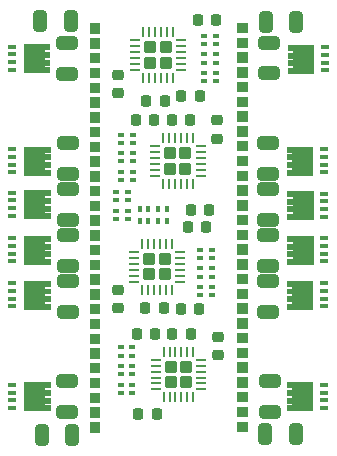
<source format=gbr>
%TF.GenerationSoftware,KiCad,Pcbnew,7.0.4*%
%TF.CreationDate,2023-05-25T14:45:12+03:00*%
%TF.ProjectId,fpv_findland_esc,6670765f-6669-46e6-946c-616e645f6573,Rev_0.2*%
%TF.SameCoordinates,Original*%
%TF.FileFunction,Paste,Bot*%
%TF.FilePolarity,Positive*%
%FSLAX46Y46*%
G04 Gerber Fmt 4.6, Leading zero omitted, Abs format (unit mm)*
G04 Created by KiCad (PCBNEW 7.0.4) date 2023-05-25 14:45:12*
%MOMM*%
%LPD*%
G01*
G04 APERTURE LIST*
G04 Aperture macros list*
%AMRoundRect*
0 Rectangle with rounded corners*
0 $1 Rounding radius*
0 $2 $3 $4 $5 $6 $7 $8 $9 X,Y pos of 4 corners*
0 Add a 4 corners polygon primitive as box body*
4,1,4,$2,$3,$4,$5,$6,$7,$8,$9,$2,$3,0*
0 Add four circle primitives for the rounded corners*
1,1,$1+$1,$2,$3*
1,1,$1+$1,$4,$5*
1,1,$1+$1,$6,$7*
1,1,$1+$1,$8,$9*
0 Add four rect primitives between the rounded corners*
20,1,$1+$1,$2,$3,$4,$5,0*
20,1,$1+$1,$4,$5,$6,$7,0*
20,1,$1+$1,$6,$7,$8,$9,0*
20,1,$1+$1,$8,$9,$2,$3,0*%
G04 Aperture macros list end*
%ADD10C,0.010000*%
%ADD11C,0.120000*%
%ADD12RoundRect,0.225000X-0.225000X-0.250000X0.225000X-0.250000X0.225000X0.250000X-0.225000X0.250000X0*%
%ADD13RoundRect,0.250000X0.650000X-0.325000X0.650000X0.325000X-0.650000X0.325000X-0.650000X-0.325000X0*%
%ADD14R,0.500000X0.400000*%
%ADD15RoundRect,0.225000X0.225000X0.250000X-0.225000X0.250000X-0.225000X-0.250000X0.225000X-0.250000X0*%
%ADD16R,0.700000X0.420000*%
%ADD17RoundRect,0.225000X0.250000X-0.225000X0.250000X0.225000X-0.250000X0.225000X-0.250000X-0.225000X0*%
%ADD18RoundRect,0.250000X0.275000X-0.275000X0.275000X0.275000X-0.275000X0.275000X-0.275000X-0.275000X0*%
%ADD19RoundRect,0.062500X0.062500X-0.350000X0.062500X0.350000X-0.062500X0.350000X-0.062500X-0.350000X0*%
%ADD20RoundRect,0.062500X0.350000X-0.062500X0.350000X0.062500X-0.350000X0.062500X-0.350000X-0.062500X0*%
%ADD21RoundRect,0.250000X-0.275000X0.275000X-0.275000X-0.275000X0.275000X-0.275000X0.275000X0.275000X0*%
%ADD22RoundRect,0.062500X-0.062500X0.350000X-0.062500X-0.350000X0.062500X-0.350000X0.062500X0.350000X0*%
%ADD23RoundRect,0.062500X-0.350000X0.062500X-0.350000X-0.062500X0.350000X-0.062500X0.350000X0.062500X0*%
%ADD24RoundRect,0.250000X-0.325000X-0.650000X0.325000X-0.650000X0.325000X0.650000X-0.325000X0.650000X0*%
%ADD25RoundRect,0.250000X-0.650000X0.325000X-0.650000X-0.325000X0.650000X-0.325000X0.650000X0.325000X0*%
%ADD26RoundRect,0.225000X-0.250000X0.225000X-0.250000X-0.225000X0.250000X-0.225000X0.250000X0.225000X0*%
%ADD27R,0.400000X0.500000*%
%ADD28RoundRect,0.250000X0.325000X0.650000X-0.325000X0.650000X-0.325000X-0.650000X0.325000X-0.650000X0*%
G04 APERTURE END LIST*
%TO.C,Q15*%
D10*
X147687500Y-70535000D02*
X145537500Y-70535000D01*
X145537500Y-70115000D01*
X145987500Y-70115000D01*
X145987500Y-69885000D01*
X145537500Y-69885000D01*
X145537500Y-69465000D01*
X145987500Y-69465000D01*
X145987500Y-69235000D01*
X145537500Y-69235000D01*
X145537500Y-68815000D01*
X145987500Y-68815000D01*
X145987500Y-68585000D01*
X145537500Y-68585000D01*
X145537500Y-68165000D01*
X147687500Y-68165000D01*
X147687500Y-70535000D01*
G36*
X147687500Y-70535000D02*
G01*
X145537500Y-70535000D01*
X145537500Y-70115000D01*
X145987500Y-70115000D01*
X145987500Y-69885000D01*
X145537500Y-69885000D01*
X145537500Y-69465000D01*
X145987500Y-69465000D01*
X145987500Y-69235000D01*
X145537500Y-69235000D01*
X145537500Y-68815000D01*
X145987500Y-68815000D01*
X145987500Y-68585000D01*
X145537500Y-68585000D01*
X145537500Y-68165000D01*
X147687500Y-68165000D01*
X147687500Y-70535000D01*
G37*
%TO.C,Q21*%
X147700000Y-81885000D02*
X145550000Y-81885000D01*
X145550000Y-81465000D01*
X146000000Y-81465000D01*
X146000000Y-81235000D01*
X145550000Y-81235000D01*
X145550000Y-80815000D01*
X146000000Y-80815000D01*
X146000000Y-80585000D01*
X145550000Y-80585000D01*
X145550000Y-80165000D01*
X146000000Y-80165000D01*
X146000000Y-79935000D01*
X145550000Y-79935000D01*
X145550000Y-79515000D01*
X147700000Y-79515000D01*
X147700000Y-81885000D01*
G36*
X147700000Y-81885000D02*
G01*
X145550000Y-81885000D01*
X145550000Y-81465000D01*
X146000000Y-81465000D01*
X146000000Y-81235000D01*
X145550000Y-81235000D01*
X145550000Y-80815000D01*
X146000000Y-80815000D01*
X146000000Y-80585000D01*
X145550000Y-80585000D01*
X145550000Y-80165000D01*
X146000000Y-80165000D01*
X146000000Y-79935000D01*
X145550000Y-79935000D01*
X145550000Y-79515000D01*
X147700000Y-79515000D01*
X147700000Y-81885000D01*
G37*
%TO.C,Q23*%
X147712500Y-78085000D02*
X145562500Y-78085000D01*
X145562500Y-77665000D01*
X146012500Y-77665000D01*
X146012500Y-77435000D01*
X145562500Y-77435000D01*
X145562500Y-77015000D01*
X146012500Y-77015000D01*
X146012500Y-76785000D01*
X145562500Y-76785000D01*
X145562500Y-76365000D01*
X146012500Y-76365000D01*
X146012500Y-76135000D01*
X145562500Y-76135000D01*
X145562500Y-75715000D01*
X147712500Y-75715000D01*
X147712500Y-78085000D01*
G36*
X147712500Y-78085000D02*
G01*
X145562500Y-78085000D01*
X145562500Y-77665000D01*
X146012500Y-77665000D01*
X146012500Y-77435000D01*
X145562500Y-77435000D01*
X145562500Y-77015000D01*
X146012500Y-77015000D01*
X146012500Y-76785000D01*
X145562500Y-76785000D01*
X145562500Y-76365000D01*
X146012500Y-76365000D01*
X146012500Y-76135000D01*
X145562500Y-76135000D01*
X145562500Y-75715000D01*
X147712500Y-75715000D01*
X147712500Y-78085000D01*
G37*
%TO.C,Q13*%
X147712500Y-74285000D02*
X145562500Y-74285000D01*
X145562500Y-73865000D01*
X146012500Y-73865000D01*
X146012500Y-73635000D01*
X145562500Y-73635000D01*
X145562500Y-73215000D01*
X146012500Y-73215000D01*
X146012500Y-72985000D01*
X145562500Y-72985000D01*
X145562500Y-72565000D01*
X146012500Y-72565000D01*
X146012500Y-72335000D01*
X145562500Y-72335000D01*
X145562500Y-71915000D01*
X147712500Y-71915000D01*
X147712500Y-74285000D01*
G36*
X147712500Y-74285000D02*
G01*
X145562500Y-74285000D01*
X145562500Y-73865000D01*
X146012500Y-73865000D01*
X146012500Y-73635000D01*
X145562500Y-73635000D01*
X145562500Y-73215000D01*
X146012500Y-73215000D01*
X146012500Y-72985000D01*
X145562500Y-72985000D01*
X145562500Y-72565000D01*
X146012500Y-72565000D01*
X146012500Y-72335000D01*
X145562500Y-72335000D01*
X145562500Y-71915000D01*
X147712500Y-71915000D01*
X147712500Y-74285000D01*
G37*
%TO.C,Q3*%
X125450000Y-79935000D02*
X125000000Y-79935000D01*
X125000000Y-80165000D01*
X125450000Y-80165000D01*
X125450000Y-80585000D01*
X125000000Y-80585000D01*
X125000000Y-80815000D01*
X125450000Y-80815000D01*
X125450000Y-81235000D01*
X125000000Y-81235000D01*
X125000000Y-81465000D01*
X125450000Y-81465000D01*
X125450000Y-81885000D01*
X123300000Y-81885000D01*
X123300000Y-79515000D01*
X125450000Y-79515000D01*
X125450000Y-79935000D01*
G36*
X125450000Y-79935000D02*
G01*
X125000000Y-79935000D01*
X125000000Y-80165000D01*
X125450000Y-80165000D01*
X125450000Y-80585000D01*
X125000000Y-80585000D01*
X125000000Y-80815000D01*
X125450000Y-80815000D01*
X125450000Y-81235000D01*
X125000000Y-81235000D01*
X125000000Y-81465000D01*
X125450000Y-81465000D01*
X125450000Y-81885000D01*
X123300000Y-81885000D01*
X123300000Y-79515000D01*
X125450000Y-79515000D01*
X125450000Y-79935000D01*
G37*
%TO.C,Q11*%
X125437500Y-72260000D02*
X124987500Y-72260000D01*
X124987500Y-72490000D01*
X125437500Y-72490000D01*
X125437500Y-72910000D01*
X124987500Y-72910000D01*
X124987500Y-73140000D01*
X125437500Y-73140000D01*
X125437500Y-73560000D01*
X124987500Y-73560000D01*
X124987500Y-73790000D01*
X125437500Y-73790000D01*
X125437500Y-74210000D01*
X123287500Y-74210000D01*
X123287500Y-71840000D01*
X125437500Y-71840000D01*
X125437500Y-72260000D01*
G36*
X125437500Y-72260000D02*
G01*
X124987500Y-72260000D01*
X124987500Y-72490000D01*
X125437500Y-72490000D01*
X125437500Y-72910000D01*
X124987500Y-72910000D01*
X124987500Y-73140000D01*
X125437500Y-73140000D01*
X125437500Y-73560000D01*
X124987500Y-73560000D01*
X124987500Y-73790000D01*
X125437500Y-73790000D01*
X125437500Y-74210000D01*
X123287500Y-74210000D01*
X123287500Y-71840000D01*
X125437500Y-71840000D01*
X125437500Y-72260000D01*
G37*
%TO.C,Q9*%
X125450000Y-68585000D02*
X125000000Y-68585000D01*
X125000000Y-68815000D01*
X125450000Y-68815000D01*
X125450000Y-69235000D01*
X125000000Y-69235000D01*
X125000000Y-69465000D01*
X125450000Y-69465000D01*
X125450000Y-69885000D01*
X125000000Y-69885000D01*
X125000000Y-70115000D01*
X125450000Y-70115000D01*
X125450000Y-70535000D01*
X123300000Y-70535000D01*
X123300000Y-68165000D01*
X125450000Y-68165000D01*
X125450000Y-68585000D01*
G36*
X125450000Y-68585000D02*
G01*
X125000000Y-68585000D01*
X125000000Y-68815000D01*
X125450000Y-68815000D01*
X125450000Y-69235000D01*
X125000000Y-69235000D01*
X125000000Y-69465000D01*
X125450000Y-69465000D01*
X125450000Y-69885000D01*
X125000000Y-69885000D01*
X125000000Y-70115000D01*
X125450000Y-70115000D01*
X125450000Y-70535000D01*
X123300000Y-70535000D01*
X123300000Y-68165000D01*
X125450000Y-68165000D01*
X125450000Y-68585000D01*
G37*
D11*
%TO.C,TP10*%
X129650000Y-91475000D02*
X128850000Y-91475000D01*
X128850000Y-91475000D02*
X128850000Y-92275000D01*
X128850000Y-92275000D02*
X129650000Y-92275000D01*
X129650000Y-92275000D02*
X129650000Y-91475000D01*
G36*
X129650000Y-91475000D02*
G01*
X128850000Y-91475000D01*
X128850000Y-92275000D01*
X129650000Y-92275000D01*
X129650000Y-91475000D01*
G37*
X129650000Y-90225000D02*
X128850000Y-90225000D01*
X128850000Y-90225000D02*
X128850000Y-91025000D01*
X128850000Y-91025000D02*
X129650000Y-91025000D01*
X129650000Y-91025000D02*
X129650000Y-90225000D01*
G36*
X129650000Y-90225000D02*
G01*
X128850000Y-90225000D01*
X128850000Y-91025000D01*
X129650000Y-91025000D01*
X129650000Y-90225000D01*
G37*
X129650000Y-88975000D02*
X128850000Y-88975000D01*
X128850000Y-88975000D02*
X128850000Y-89775000D01*
X128850000Y-89775000D02*
X129650000Y-89775000D01*
X129650000Y-89775000D02*
X129650000Y-88975000D01*
G36*
X129650000Y-88975000D02*
G01*
X128850000Y-88975000D01*
X128850000Y-89775000D01*
X129650000Y-89775000D01*
X129650000Y-88975000D01*
G37*
X129650000Y-87725000D02*
X128850000Y-87725000D01*
X128850000Y-87725000D02*
X128850000Y-88525000D01*
X128850000Y-88525000D02*
X129650000Y-88525000D01*
X129650000Y-88525000D02*
X129650000Y-87725000D01*
G36*
X129650000Y-87725000D02*
G01*
X128850000Y-87725000D01*
X128850000Y-88525000D01*
X129650000Y-88525000D01*
X129650000Y-87725000D01*
G37*
X129650000Y-86475000D02*
X128850000Y-86475000D01*
X128850000Y-86475000D02*
X128850000Y-87275000D01*
X128850000Y-87275000D02*
X129650000Y-87275000D01*
X129650000Y-87275000D02*
X129650000Y-86475000D01*
G36*
X129650000Y-86475000D02*
G01*
X128850000Y-86475000D01*
X128850000Y-87275000D01*
X129650000Y-87275000D01*
X129650000Y-86475000D01*
G37*
X129650000Y-85225000D02*
X128850000Y-85225000D01*
X128850000Y-85225000D02*
X128850000Y-86025000D01*
X128850000Y-86025000D02*
X129650000Y-86025000D01*
X129650000Y-86025000D02*
X129650000Y-85225000D01*
G36*
X129650000Y-85225000D02*
G01*
X128850000Y-85225000D01*
X128850000Y-86025000D01*
X129650000Y-86025000D01*
X129650000Y-85225000D01*
G37*
X129650000Y-83975000D02*
X128850000Y-83975000D01*
X128850000Y-83975000D02*
X128850000Y-84775000D01*
X128850000Y-84775000D02*
X129650000Y-84775000D01*
X129650000Y-84775000D02*
X129650000Y-83975000D01*
G36*
X129650000Y-83975000D02*
G01*
X128850000Y-83975000D01*
X128850000Y-84775000D01*
X129650000Y-84775000D01*
X129650000Y-83975000D01*
G37*
X129650000Y-82725000D02*
X128850000Y-82725000D01*
X128850000Y-82725000D02*
X128850000Y-83525000D01*
X128850000Y-83525000D02*
X129650000Y-83525000D01*
X129650000Y-83525000D02*
X129650000Y-82725000D01*
G36*
X129650000Y-82725000D02*
G01*
X128850000Y-82725000D01*
X128850000Y-83525000D01*
X129650000Y-83525000D01*
X129650000Y-82725000D01*
G37*
X129650000Y-81475000D02*
X128850000Y-81475000D01*
X128850000Y-81475000D02*
X128850000Y-82275000D01*
X128850000Y-82275000D02*
X129650000Y-82275000D01*
X129650000Y-82275000D02*
X129650000Y-81475000D01*
G36*
X129650000Y-81475000D02*
G01*
X128850000Y-81475000D01*
X128850000Y-82275000D01*
X129650000Y-82275000D01*
X129650000Y-81475000D01*
G37*
X129650000Y-80225000D02*
X128850000Y-80225000D01*
X128850000Y-80225000D02*
X128850000Y-81025000D01*
X128850000Y-81025000D02*
X129650000Y-81025000D01*
X129650000Y-81025000D02*
X129650000Y-80225000D01*
G36*
X129650000Y-80225000D02*
G01*
X128850000Y-80225000D01*
X128850000Y-81025000D01*
X129650000Y-81025000D01*
X129650000Y-80225000D01*
G37*
X129650000Y-78975000D02*
X128850000Y-78975000D01*
X128850000Y-78975000D02*
X128850000Y-79775000D01*
X128850000Y-79775000D02*
X129650000Y-79775000D01*
X129650000Y-79775000D02*
X129650000Y-78975000D01*
G36*
X129650000Y-78975000D02*
G01*
X128850000Y-78975000D01*
X128850000Y-79775000D01*
X129650000Y-79775000D01*
X129650000Y-78975000D01*
G37*
X129650000Y-77725000D02*
X128850000Y-77725000D01*
X128850000Y-77725000D02*
X128850000Y-78525000D01*
X128850000Y-78525000D02*
X129650000Y-78525000D01*
X129650000Y-78525000D02*
X129650000Y-77725000D01*
G36*
X129650000Y-77725000D02*
G01*
X128850000Y-77725000D01*
X128850000Y-78525000D01*
X129650000Y-78525000D01*
X129650000Y-77725000D01*
G37*
X129650000Y-76475000D02*
X128850000Y-76475000D01*
X128850000Y-76475000D02*
X128850000Y-77275000D01*
X128850000Y-77275000D02*
X129650000Y-77275000D01*
X129650000Y-77275000D02*
X129650000Y-76475000D01*
G36*
X129650000Y-76475000D02*
G01*
X128850000Y-76475000D01*
X128850000Y-77275000D01*
X129650000Y-77275000D01*
X129650000Y-76475000D01*
G37*
X129650000Y-75225000D02*
X128850000Y-75225000D01*
X128850000Y-75225000D02*
X128850000Y-76025000D01*
X128850000Y-76025000D02*
X129650000Y-76025000D01*
X129650000Y-76025000D02*
X129650000Y-75225000D01*
G36*
X129650000Y-75225000D02*
G01*
X128850000Y-75225000D01*
X128850000Y-76025000D01*
X129650000Y-76025000D01*
X129650000Y-75225000D01*
G37*
X129650000Y-73975000D02*
X128850000Y-73975000D01*
X128850000Y-73975000D02*
X128850000Y-74775000D01*
X128850000Y-74775000D02*
X129650000Y-74775000D01*
X129650000Y-74775000D02*
X129650000Y-73975000D01*
G36*
X129650000Y-73975000D02*
G01*
X128850000Y-73975000D01*
X128850000Y-74775000D01*
X129650000Y-74775000D01*
X129650000Y-73975000D01*
G37*
X129650000Y-72725000D02*
X128850000Y-72725000D01*
X128850000Y-72725000D02*
X128850000Y-73525000D01*
X128850000Y-73525000D02*
X129650000Y-73525000D01*
X129650000Y-73525000D02*
X129650000Y-72725000D01*
G36*
X129650000Y-72725000D02*
G01*
X128850000Y-72725000D01*
X128850000Y-73525000D01*
X129650000Y-73525000D01*
X129650000Y-72725000D01*
G37*
X129650000Y-71475000D02*
X128850000Y-71475000D01*
X128850000Y-71475000D02*
X128850000Y-72275000D01*
X128850000Y-72275000D02*
X129650000Y-72275000D01*
X129650000Y-72275000D02*
X129650000Y-71475000D01*
G36*
X129650000Y-71475000D02*
G01*
X128850000Y-71475000D01*
X128850000Y-72275000D01*
X129650000Y-72275000D01*
X129650000Y-71475000D01*
G37*
X129650000Y-70225000D02*
X128850000Y-70225000D01*
X128850000Y-70225000D02*
X128850000Y-71025000D01*
X128850000Y-71025000D02*
X129650000Y-71025000D01*
X129650000Y-71025000D02*
X129650000Y-70225000D01*
G36*
X129650000Y-70225000D02*
G01*
X128850000Y-70225000D01*
X128850000Y-71025000D01*
X129650000Y-71025000D01*
X129650000Y-70225000D01*
G37*
X129650000Y-68975000D02*
X128850000Y-68975000D01*
X128850000Y-68975000D02*
X128850000Y-69775000D01*
X128850000Y-69775000D02*
X129650000Y-69775000D01*
X129650000Y-69775000D02*
X129650000Y-68975000D01*
G36*
X129650000Y-68975000D02*
G01*
X128850000Y-68975000D01*
X128850000Y-69775000D01*
X129650000Y-69775000D01*
X129650000Y-68975000D01*
G37*
X129650000Y-67725000D02*
X128850000Y-67725000D01*
X128850000Y-67725000D02*
X128850000Y-68525000D01*
X128850000Y-68525000D02*
X129650000Y-68525000D01*
X129650000Y-68525000D02*
X129650000Y-67725000D01*
G36*
X129650000Y-67725000D02*
G01*
X128850000Y-67725000D01*
X128850000Y-68525000D01*
X129650000Y-68525000D01*
X129650000Y-67725000D01*
G37*
X129650000Y-66475000D02*
X128850000Y-66475000D01*
X128850000Y-66475000D02*
X128850000Y-67275000D01*
X128850000Y-67275000D02*
X129650000Y-67275000D01*
X129650000Y-67275000D02*
X129650000Y-66475000D01*
G36*
X129650000Y-66475000D02*
G01*
X128850000Y-66475000D01*
X128850000Y-67275000D01*
X129650000Y-67275000D01*
X129650000Y-66475000D01*
G37*
X129650000Y-65225000D02*
X128850000Y-65225000D01*
X128850000Y-65225000D02*
X128850000Y-66025000D01*
X128850000Y-66025000D02*
X129650000Y-66025000D01*
X129650000Y-66025000D02*
X129650000Y-65225000D01*
G36*
X129650000Y-65225000D02*
G01*
X128850000Y-65225000D01*
X128850000Y-66025000D01*
X129650000Y-66025000D01*
X129650000Y-65225000D01*
G37*
X129650000Y-63975000D02*
X128850000Y-63975000D01*
X128850000Y-63975000D02*
X128850000Y-64775000D01*
X128850000Y-64775000D02*
X129650000Y-64775000D01*
X129650000Y-64775000D02*
X129650000Y-63975000D01*
G36*
X129650000Y-63975000D02*
G01*
X128850000Y-63975000D01*
X128850000Y-64775000D01*
X129650000Y-64775000D01*
X129650000Y-63975000D01*
G37*
X129650000Y-62725000D02*
X128850000Y-62725000D01*
X128850000Y-62725000D02*
X128850000Y-63525000D01*
X128850000Y-63525000D02*
X129650000Y-63525000D01*
X129650000Y-63525000D02*
X129650000Y-62725000D01*
G36*
X129650000Y-62725000D02*
G01*
X128850000Y-62725000D01*
X128850000Y-63525000D01*
X129650000Y-63525000D01*
X129650000Y-62725000D01*
G37*
X129650000Y-61475000D02*
X128850000Y-61475000D01*
X128850000Y-61475000D02*
X128850000Y-62275000D01*
X128850000Y-62275000D02*
X129650000Y-62275000D01*
X129650000Y-62275000D02*
X129650000Y-61475000D01*
G36*
X129650000Y-61475000D02*
G01*
X128850000Y-61475000D01*
X128850000Y-62275000D01*
X129650000Y-62275000D01*
X129650000Y-61475000D01*
G37*
X129650000Y-60225000D02*
X128850000Y-60225000D01*
X128850000Y-60225000D02*
X128850000Y-61025000D01*
X128850000Y-61025000D02*
X129650000Y-61025000D01*
X129650000Y-61025000D02*
X129650000Y-60225000D01*
G36*
X129650000Y-60225000D02*
G01*
X128850000Y-60225000D01*
X128850000Y-61025000D01*
X129650000Y-61025000D01*
X129650000Y-60225000D01*
G37*
X129650000Y-58975000D02*
X128850000Y-58975000D01*
X128850000Y-58975000D02*
X128850000Y-59775000D01*
X128850000Y-59775000D02*
X129650000Y-59775000D01*
X129650000Y-59775000D02*
X129650000Y-58975000D01*
G36*
X129650000Y-58975000D02*
G01*
X128850000Y-58975000D01*
X128850000Y-59775000D01*
X129650000Y-59775000D01*
X129650000Y-58975000D01*
G37*
X129650000Y-57725000D02*
X128850000Y-57725000D01*
X128850000Y-57725000D02*
X128850000Y-58525000D01*
X128850000Y-58525000D02*
X129650000Y-58525000D01*
X129650000Y-58525000D02*
X129650000Y-57725000D01*
G36*
X129650000Y-57725000D02*
G01*
X128850000Y-57725000D01*
X128850000Y-58525000D01*
X129650000Y-58525000D01*
X129650000Y-57725000D01*
G37*
%TO.C,Q2*%
D10*
X125450000Y-76135000D02*
X125000000Y-76135000D01*
X125000000Y-76365000D01*
X125450000Y-76365000D01*
X125450000Y-76785000D01*
X125000000Y-76785000D01*
X125000000Y-77015000D01*
X125450000Y-77015000D01*
X125450000Y-77435000D01*
X125000000Y-77435000D01*
X125000000Y-77665000D01*
X125450000Y-77665000D01*
X125450000Y-78085000D01*
X123300000Y-78085000D01*
X123300000Y-75715000D01*
X125450000Y-75715000D01*
X125450000Y-76135000D01*
G36*
X125450000Y-76135000D02*
G01*
X125000000Y-76135000D01*
X125000000Y-76365000D01*
X125450000Y-76365000D01*
X125450000Y-76785000D01*
X125000000Y-76785000D01*
X125000000Y-77015000D01*
X125450000Y-77015000D01*
X125450000Y-77435000D01*
X125000000Y-77435000D01*
X125000000Y-77665000D01*
X125450000Y-77665000D01*
X125450000Y-78085000D01*
X123300000Y-78085000D01*
X123300000Y-75715000D01*
X125450000Y-75715000D01*
X125450000Y-76135000D01*
G37*
%TO.C,Q5*%
X125450000Y-88535000D02*
X125000000Y-88535000D01*
X125000000Y-88765000D01*
X125450000Y-88765000D01*
X125450000Y-89185000D01*
X125000000Y-89185000D01*
X125000000Y-89415000D01*
X125450000Y-89415000D01*
X125450000Y-89835000D01*
X125000000Y-89835000D01*
X125000000Y-90065000D01*
X125450000Y-90065000D01*
X125450000Y-90485000D01*
X123300000Y-90485000D01*
X123300000Y-88115000D01*
X125450000Y-88115000D01*
X125450000Y-88535000D01*
G36*
X125450000Y-88535000D02*
G01*
X125000000Y-88535000D01*
X125000000Y-88765000D01*
X125450000Y-88765000D01*
X125450000Y-89185000D01*
X125000000Y-89185000D01*
X125000000Y-89415000D01*
X125450000Y-89415000D01*
X125450000Y-89835000D01*
X125000000Y-89835000D01*
X125000000Y-90065000D01*
X125450000Y-90065000D01*
X125450000Y-90485000D01*
X123300000Y-90485000D01*
X123300000Y-88115000D01*
X125450000Y-88115000D01*
X125450000Y-88535000D01*
G37*
D11*
%TO.C,TP9*%
X142150000Y-91425000D02*
X141350000Y-91425000D01*
X141350000Y-91425000D02*
X141350000Y-92225000D01*
X141350000Y-92225000D02*
X142150000Y-92225000D01*
X142150000Y-92225000D02*
X142150000Y-91425000D01*
G36*
X142150000Y-91425000D02*
G01*
X141350000Y-91425000D01*
X141350000Y-92225000D01*
X142150000Y-92225000D01*
X142150000Y-91425000D01*
G37*
X142150000Y-90175000D02*
X141350000Y-90175000D01*
X141350000Y-90175000D02*
X141350000Y-90975000D01*
X141350000Y-90975000D02*
X142150000Y-90975000D01*
X142150000Y-90975000D02*
X142150000Y-90175000D01*
G36*
X142150000Y-90175000D02*
G01*
X141350000Y-90175000D01*
X141350000Y-90975000D01*
X142150000Y-90975000D01*
X142150000Y-90175000D01*
G37*
X142150000Y-88925000D02*
X141350000Y-88925000D01*
X141350000Y-88925000D02*
X141350000Y-89725000D01*
X141350000Y-89725000D02*
X142150000Y-89725000D01*
X142150000Y-89725000D02*
X142150000Y-88925000D01*
G36*
X142150000Y-88925000D02*
G01*
X141350000Y-88925000D01*
X141350000Y-89725000D01*
X142150000Y-89725000D01*
X142150000Y-88925000D01*
G37*
X142150000Y-87675000D02*
X141350000Y-87675000D01*
X141350000Y-87675000D02*
X141350000Y-88475000D01*
X141350000Y-88475000D02*
X142150000Y-88475000D01*
X142150000Y-88475000D02*
X142150000Y-87675000D01*
G36*
X142150000Y-87675000D02*
G01*
X141350000Y-87675000D01*
X141350000Y-88475000D01*
X142150000Y-88475000D01*
X142150000Y-87675000D01*
G37*
X142150000Y-86425000D02*
X141350000Y-86425000D01*
X141350000Y-86425000D02*
X141350000Y-87225000D01*
X141350000Y-87225000D02*
X142150000Y-87225000D01*
X142150000Y-87225000D02*
X142150000Y-86425000D01*
G36*
X142150000Y-86425000D02*
G01*
X141350000Y-86425000D01*
X141350000Y-87225000D01*
X142150000Y-87225000D01*
X142150000Y-86425000D01*
G37*
X142150000Y-85175000D02*
X141350000Y-85175000D01*
X141350000Y-85175000D02*
X141350000Y-85975000D01*
X141350000Y-85975000D02*
X142150000Y-85975000D01*
X142150000Y-85975000D02*
X142150000Y-85175000D01*
G36*
X142150000Y-85175000D02*
G01*
X141350000Y-85175000D01*
X141350000Y-85975000D01*
X142150000Y-85975000D01*
X142150000Y-85175000D01*
G37*
X142150000Y-83925000D02*
X141350000Y-83925000D01*
X141350000Y-83925000D02*
X141350000Y-84725000D01*
X141350000Y-84725000D02*
X142150000Y-84725000D01*
X142150000Y-84725000D02*
X142150000Y-83925000D01*
G36*
X142150000Y-83925000D02*
G01*
X141350000Y-83925000D01*
X141350000Y-84725000D01*
X142150000Y-84725000D01*
X142150000Y-83925000D01*
G37*
X142150000Y-82675000D02*
X141350000Y-82675000D01*
X141350000Y-82675000D02*
X141350000Y-83475000D01*
X141350000Y-83475000D02*
X142150000Y-83475000D01*
X142150000Y-83475000D02*
X142150000Y-82675000D01*
G36*
X142150000Y-82675000D02*
G01*
X141350000Y-82675000D01*
X141350000Y-83475000D01*
X142150000Y-83475000D01*
X142150000Y-82675000D01*
G37*
X142150000Y-81425000D02*
X141350000Y-81425000D01*
X141350000Y-81425000D02*
X141350000Y-82225000D01*
X141350000Y-82225000D02*
X142150000Y-82225000D01*
X142150000Y-82225000D02*
X142150000Y-81425000D01*
G36*
X142150000Y-81425000D02*
G01*
X141350000Y-81425000D01*
X141350000Y-82225000D01*
X142150000Y-82225000D01*
X142150000Y-81425000D01*
G37*
X142150000Y-80175000D02*
X141350000Y-80175000D01*
X141350000Y-80175000D02*
X141350000Y-80975000D01*
X141350000Y-80975000D02*
X142150000Y-80975000D01*
X142150000Y-80975000D02*
X142150000Y-80175000D01*
G36*
X142150000Y-80175000D02*
G01*
X141350000Y-80175000D01*
X141350000Y-80975000D01*
X142150000Y-80975000D01*
X142150000Y-80175000D01*
G37*
X142150000Y-78925000D02*
X141350000Y-78925000D01*
X141350000Y-78925000D02*
X141350000Y-79725000D01*
X141350000Y-79725000D02*
X142150000Y-79725000D01*
X142150000Y-79725000D02*
X142150000Y-78925000D01*
G36*
X142150000Y-78925000D02*
G01*
X141350000Y-78925000D01*
X141350000Y-79725000D01*
X142150000Y-79725000D01*
X142150000Y-78925000D01*
G37*
X142150000Y-77675000D02*
X141350000Y-77675000D01*
X141350000Y-77675000D02*
X141350000Y-78475000D01*
X141350000Y-78475000D02*
X142150000Y-78475000D01*
X142150000Y-78475000D02*
X142150000Y-77675000D01*
G36*
X142150000Y-77675000D02*
G01*
X141350000Y-77675000D01*
X141350000Y-78475000D01*
X142150000Y-78475000D01*
X142150000Y-77675000D01*
G37*
X142150000Y-76425000D02*
X141350000Y-76425000D01*
X141350000Y-76425000D02*
X141350000Y-77225000D01*
X141350000Y-77225000D02*
X142150000Y-77225000D01*
X142150000Y-77225000D02*
X142150000Y-76425000D01*
G36*
X142150000Y-76425000D02*
G01*
X141350000Y-76425000D01*
X141350000Y-77225000D01*
X142150000Y-77225000D01*
X142150000Y-76425000D01*
G37*
X142150000Y-75175000D02*
X141350000Y-75175000D01*
X141350000Y-75175000D02*
X141350000Y-75975000D01*
X141350000Y-75975000D02*
X142150000Y-75975000D01*
X142150000Y-75975000D02*
X142150000Y-75175000D01*
G36*
X142150000Y-75175000D02*
G01*
X141350000Y-75175000D01*
X141350000Y-75975000D01*
X142150000Y-75975000D01*
X142150000Y-75175000D01*
G37*
X142150000Y-73925000D02*
X141350000Y-73925000D01*
X141350000Y-73925000D02*
X141350000Y-74725000D01*
X141350000Y-74725000D02*
X142150000Y-74725000D01*
X142150000Y-74725000D02*
X142150000Y-73925000D01*
G36*
X142150000Y-73925000D02*
G01*
X141350000Y-73925000D01*
X141350000Y-74725000D01*
X142150000Y-74725000D01*
X142150000Y-73925000D01*
G37*
X142150000Y-72675000D02*
X141350000Y-72675000D01*
X141350000Y-72675000D02*
X141350000Y-73475000D01*
X141350000Y-73475000D02*
X142150000Y-73475000D01*
X142150000Y-73475000D02*
X142150000Y-72675000D01*
G36*
X142150000Y-72675000D02*
G01*
X141350000Y-72675000D01*
X141350000Y-73475000D01*
X142150000Y-73475000D01*
X142150000Y-72675000D01*
G37*
X142150000Y-71425000D02*
X141350000Y-71425000D01*
X141350000Y-71425000D02*
X141350000Y-72225000D01*
X141350000Y-72225000D02*
X142150000Y-72225000D01*
X142150000Y-72225000D02*
X142150000Y-71425000D01*
G36*
X142150000Y-71425000D02*
G01*
X141350000Y-71425000D01*
X141350000Y-72225000D01*
X142150000Y-72225000D01*
X142150000Y-71425000D01*
G37*
X142150000Y-70175000D02*
X141350000Y-70175000D01*
X141350000Y-70175000D02*
X141350000Y-70975000D01*
X141350000Y-70975000D02*
X142150000Y-70975000D01*
X142150000Y-70975000D02*
X142150000Y-70175000D01*
G36*
X142150000Y-70175000D02*
G01*
X141350000Y-70175000D01*
X141350000Y-70975000D01*
X142150000Y-70975000D01*
X142150000Y-70175000D01*
G37*
X142150000Y-68925000D02*
X141350000Y-68925000D01*
X141350000Y-68925000D02*
X141350000Y-69725000D01*
X141350000Y-69725000D02*
X142150000Y-69725000D01*
X142150000Y-69725000D02*
X142150000Y-68925000D01*
G36*
X142150000Y-68925000D02*
G01*
X141350000Y-68925000D01*
X141350000Y-69725000D01*
X142150000Y-69725000D01*
X142150000Y-68925000D01*
G37*
X142150000Y-67675000D02*
X141350000Y-67675000D01*
X141350000Y-67675000D02*
X141350000Y-68475000D01*
X141350000Y-68475000D02*
X142150000Y-68475000D01*
X142150000Y-68475000D02*
X142150000Y-67675000D01*
G36*
X142150000Y-67675000D02*
G01*
X141350000Y-67675000D01*
X141350000Y-68475000D01*
X142150000Y-68475000D01*
X142150000Y-67675000D01*
G37*
X142150000Y-66425000D02*
X141350000Y-66425000D01*
X141350000Y-66425000D02*
X141350000Y-67225000D01*
X141350000Y-67225000D02*
X142150000Y-67225000D01*
X142150000Y-67225000D02*
X142150000Y-66425000D01*
G36*
X142150000Y-66425000D02*
G01*
X141350000Y-66425000D01*
X141350000Y-67225000D01*
X142150000Y-67225000D01*
X142150000Y-66425000D01*
G37*
X142150000Y-65175000D02*
X141350000Y-65175000D01*
X141350000Y-65175000D02*
X141350000Y-65975000D01*
X141350000Y-65975000D02*
X142150000Y-65975000D01*
X142150000Y-65975000D02*
X142150000Y-65175000D01*
G36*
X142150000Y-65175000D02*
G01*
X141350000Y-65175000D01*
X141350000Y-65975000D01*
X142150000Y-65975000D01*
X142150000Y-65175000D01*
G37*
X142150000Y-63925000D02*
X141350000Y-63925000D01*
X141350000Y-63925000D02*
X141350000Y-64725000D01*
X141350000Y-64725000D02*
X142150000Y-64725000D01*
X142150000Y-64725000D02*
X142150000Y-63925000D01*
G36*
X142150000Y-63925000D02*
G01*
X141350000Y-63925000D01*
X141350000Y-64725000D01*
X142150000Y-64725000D01*
X142150000Y-63925000D01*
G37*
X142150000Y-62675000D02*
X141350000Y-62675000D01*
X141350000Y-62675000D02*
X141350000Y-63475000D01*
X141350000Y-63475000D02*
X142150000Y-63475000D01*
X142150000Y-63475000D02*
X142150000Y-62675000D01*
G36*
X142150000Y-62675000D02*
G01*
X141350000Y-62675000D01*
X141350000Y-63475000D01*
X142150000Y-63475000D01*
X142150000Y-62675000D01*
G37*
X142150000Y-61425000D02*
X141350000Y-61425000D01*
X141350000Y-61425000D02*
X141350000Y-62225000D01*
X141350000Y-62225000D02*
X142150000Y-62225000D01*
X142150000Y-62225000D02*
X142150000Y-61425000D01*
G36*
X142150000Y-61425000D02*
G01*
X141350000Y-61425000D01*
X141350000Y-62225000D01*
X142150000Y-62225000D01*
X142150000Y-61425000D01*
G37*
X142150000Y-60175000D02*
X141350000Y-60175000D01*
X141350000Y-60175000D02*
X141350000Y-60975000D01*
X141350000Y-60975000D02*
X142150000Y-60975000D01*
X142150000Y-60975000D02*
X142150000Y-60175000D01*
G36*
X142150000Y-60175000D02*
G01*
X141350000Y-60175000D01*
X141350000Y-60975000D01*
X142150000Y-60975000D01*
X142150000Y-60175000D01*
G37*
X142150000Y-58925000D02*
X141350000Y-58925000D01*
X141350000Y-58925000D02*
X141350000Y-59725000D01*
X141350000Y-59725000D02*
X142150000Y-59725000D01*
X142150000Y-59725000D02*
X142150000Y-58925000D01*
G36*
X142150000Y-58925000D02*
G01*
X141350000Y-58925000D01*
X141350000Y-59725000D01*
X142150000Y-59725000D01*
X142150000Y-58925000D01*
G37*
X142150000Y-57675000D02*
X141350000Y-57675000D01*
X141350000Y-57675000D02*
X141350000Y-58475000D01*
X141350000Y-58475000D02*
X142150000Y-58475000D01*
X142150000Y-58475000D02*
X142150000Y-57675000D01*
G36*
X142150000Y-57675000D02*
G01*
X141350000Y-57675000D01*
X141350000Y-58475000D01*
X142150000Y-58475000D01*
X142150000Y-57675000D01*
G37*
%TO.C,Q19*%
D10*
X147687500Y-90485000D02*
X145537500Y-90485000D01*
X145537500Y-90065000D01*
X145987500Y-90065000D01*
X145987500Y-89835000D01*
X145537500Y-89835000D01*
X145537500Y-89415000D01*
X145987500Y-89415000D01*
X145987500Y-89185000D01*
X145537500Y-89185000D01*
X145537500Y-88765000D01*
X145987500Y-88765000D01*
X145987500Y-88535000D01*
X145537500Y-88535000D01*
X145537500Y-88115000D01*
X147687500Y-88115000D01*
X147687500Y-90485000D01*
G36*
X147687500Y-90485000D02*
G01*
X145537500Y-90485000D01*
X145537500Y-90065000D01*
X145987500Y-90065000D01*
X145987500Y-89835000D01*
X145537500Y-89835000D01*
X145537500Y-89415000D01*
X145987500Y-89415000D01*
X145987500Y-89185000D01*
X145537500Y-89185000D01*
X145537500Y-88765000D01*
X145987500Y-88765000D01*
X145987500Y-88535000D01*
X145537500Y-88535000D01*
X145537500Y-88115000D01*
X147687500Y-88115000D01*
X147687500Y-90485000D01*
G37*
%TO.C,Q17*%
X147737500Y-61910000D02*
X145587500Y-61910000D01*
X145587500Y-61490000D01*
X146037500Y-61490000D01*
X146037500Y-61260000D01*
X145587500Y-61260000D01*
X145587500Y-60840000D01*
X146037500Y-60840000D01*
X146037500Y-60610000D01*
X145587500Y-60610000D01*
X145587500Y-60190000D01*
X146037500Y-60190000D01*
X146037500Y-59960000D01*
X145587500Y-59960000D01*
X145587500Y-59540000D01*
X147737500Y-59540000D01*
X147737500Y-61910000D01*
G36*
X147737500Y-61910000D02*
G01*
X145587500Y-61910000D01*
X145587500Y-61490000D01*
X146037500Y-61490000D01*
X146037500Y-61260000D01*
X145587500Y-61260000D01*
X145587500Y-60840000D01*
X146037500Y-60840000D01*
X146037500Y-60610000D01*
X145587500Y-60610000D01*
X145587500Y-60190000D01*
X146037500Y-60190000D01*
X146037500Y-59960000D01*
X145587500Y-59960000D01*
X145587500Y-59540000D01*
X147737500Y-59540000D01*
X147737500Y-61910000D01*
G37*
%TO.C,Q7*%
X125425000Y-59910000D02*
X124975000Y-59910000D01*
X124975000Y-60140000D01*
X125425000Y-60140000D01*
X125425000Y-60560000D01*
X124975000Y-60560000D01*
X124975000Y-60790000D01*
X125425000Y-60790000D01*
X125425000Y-61210000D01*
X124975000Y-61210000D01*
X124975000Y-61440000D01*
X125425000Y-61440000D01*
X125425000Y-61860000D01*
X123275000Y-61860000D01*
X123275000Y-59490000D01*
X125425000Y-59490000D01*
X125425000Y-59910000D01*
G36*
X125425000Y-59910000D02*
G01*
X124975000Y-59910000D01*
X124975000Y-60140000D01*
X125425000Y-60140000D01*
X125425000Y-60560000D01*
X124975000Y-60560000D01*
X124975000Y-60790000D01*
X125425000Y-60790000D01*
X125425000Y-61210000D01*
X124975000Y-61210000D01*
X124975000Y-61440000D01*
X125425000Y-61440000D01*
X125425000Y-61860000D01*
X123275000Y-61860000D01*
X123275000Y-59490000D01*
X125425000Y-59490000D01*
X125425000Y-59910000D01*
G37*
%TD*%
D12*
%TO.C,C12*%
X135775000Y-65875000D03*
X137325000Y-65875000D03*
%TD*%
D13*
%TO.C,C45*%
X143975000Y-78250000D03*
X143975000Y-75650000D03*
%TD*%
D14*
%TO.C,RN11*%
X131525000Y-70975000D03*
X131525000Y-70275000D03*
X132525000Y-70275000D03*
X132525000Y-70975000D03*
%TD*%
D15*
%TO.C,C11*%
X134500000Y-90825000D03*
X132950000Y-90825000D03*
%TD*%
D16*
%TO.C,Q15*%
X148687500Y-68375000D03*
X148687500Y-69025000D03*
X148687500Y-69675000D03*
X148687500Y-70325000D03*
%TD*%
D17*
%TO.C,C26*%
X131199503Y-81800000D03*
X131199503Y-80250000D03*
%TD*%
D15*
%TO.C,C21*%
X138150000Y-63825000D03*
X136600000Y-63825000D03*
%TD*%
D18*
%TO.C,U2*%
X135700000Y-88100000D03*
X137000000Y-88100000D03*
X135700000Y-86800000D03*
X137000000Y-86800000D03*
D19*
X137600000Y-89387500D03*
X137100000Y-89387500D03*
X136600000Y-89387500D03*
X136100000Y-89387500D03*
X135600000Y-89387500D03*
X135100000Y-89387500D03*
D20*
X134412500Y-88700000D03*
X134412500Y-88200000D03*
X134412500Y-87700000D03*
X134412500Y-87200000D03*
X134412500Y-86700000D03*
X134412500Y-86200000D03*
D19*
X135100000Y-85512500D03*
X135600000Y-85512500D03*
X136100000Y-85512500D03*
X136600000Y-85512500D03*
X137100000Y-85512500D03*
X137600000Y-85512500D03*
D20*
X138287500Y-86200000D03*
X138287500Y-86700000D03*
X138287500Y-87200000D03*
X138287500Y-87700000D03*
X138287500Y-88200000D03*
X138287500Y-88700000D03*
%TD*%
D21*
%TO.C,U8*%
X135200000Y-77675000D03*
X133900000Y-77675000D03*
X135200000Y-78975000D03*
X133900000Y-78975000D03*
D22*
X133300000Y-76387500D03*
X133800000Y-76387500D03*
X134300000Y-76387500D03*
X134800000Y-76387500D03*
X135300000Y-76387500D03*
X135800000Y-76387500D03*
D23*
X136487500Y-77075000D03*
X136487500Y-77575000D03*
X136487500Y-78075000D03*
X136487500Y-78575000D03*
X136487500Y-79075000D03*
X136487500Y-79575000D03*
D22*
X135800000Y-80262500D03*
X135300000Y-80262500D03*
X134800000Y-80262500D03*
X134300000Y-80262500D03*
X133800000Y-80262500D03*
X133300000Y-80262500D03*
D23*
X132612500Y-79575000D03*
X132612500Y-79075000D03*
X132612500Y-78575000D03*
X132612500Y-78075000D03*
X132612500Y-77575000D03*
X132612500Y-77075000D03*
%TD*%
D14*
%TO.C,RN3*%
X131450000Y-89000000D03*
X131450000Y-88300000D03*
X132450000Y-88300000D03*
X132450000Y-89000000D03*
%TD*%
D15*
%TO.C,C28*%
X138099503Y-81900000D03*
X136549503Y-81900000D03*
%TD*%
D16*
%TO.C,Q21*%
X148700000Y-79725000D03*
X148700000Y-80375000D03*
X148700000Y-81025000D03*
X148700000Y-81675000D03*
%TD*%
%TO.C,Q23*%
X148712500Y-75925000D03*
X148712500Y-76575000D03*
X148712500Y-77225000D03*
X148712500Y-77875000D03*
%TD*%
D24*
%TO.C,C37*%
X124650000Y-57550000D03*
X127250000Y-57550000D03*
%TD*%
%TO.C,C67*%
X124775000Y-92525000D03*
X127375000Y-92525000D03*
%TD*%
D16*
%TO.C,Q13*%
X148712500Y-72125000D03*
X148712500Y-72775000D03*
X148712500Y-73425000D03*
X148712500Y-74075000D03*
%TD*%
%TO.C,Q3*%
X122300000Y-81675000D03*
X122300000Y-81025000D03*
X122300000Y-80375000D03*
X122300000Y-79725000D03*
%TD*%
D12*
%TO.C,C24*%
X137125000Y-74950000D03*
X138675000Y-74950000D03*
%TD*%
D25*
%TO.C,C65*%
X126900000Y-88025000D03*
X126900000Y-90625000D03*
%TD*%
%TO.C,C61*%
X127025000Y-71750000D03*
X127025000Y-74350000D03*
%TD*%
D13*
%TO.C,C69*%
X144050000Y-61950000D03*
X144050000Y-59350000D03*
%TD*%
D16*
%TO.C,Q11*%
X122287500Y-74000000D03*
X122287500Y-73350000D03*
X122287500Y-72700000D03*
X122287500Y-72050000D03*
%TD*%
D25*
%TO.C,C60*%
X127025000Y-79550000D03*
X127025000Y-82150000D03*
%TD*%
%TO.C,C54*%
X144075000Y-88025000D03*
X144075000Y-90625000D03*
%TD*%
D16*
%TO.C,Q9*%
X122300000Y-70325000D03*
X122300000Y-69675000D03*
X122300000Y-69025000D03*
X122300000Y-68375000D03*
%TD*%
D14*
%TO.C,RN16*%
X132100000Y-73600000D03*
X132100000Y-74300000D03*
X131100000Y-74300000D03*
X131100000Y-73600000D03*
%TD*%
D26*
%TO.C,C3*%
X139700000Y-84275000D03*
X139700000Y-85825000D03*
%TD*%
D15*
%TO.C,C20*%
X135175000Y-64275000D03*
X133625000Y-64275000D03*
%TD*%
D14*
%TO.C,RN25*%
X139174503Y-80025000D03*
X139174503Y-80725000D03*
X138174503Y-80725000D03*
X138174503Y-80025000D03*
%TD*%
%TO.C,RN15*%
X132100000Y-72000000D03*
X132100000Y-72700000D03*
X131100000Y-72700000D03*
X131100000Y-72000000D03*
%TD*%
%TO.C,RN10*%
X131525000Y-69400000D03*
X131525000Y-68700000D03*
X132525000Y-68700000D03*
X132525000Y-69400000D03*
%TD*%
D27*
%TO.C,RN13*%
X134650000Y-73425000D03*
X135350000Y-73425000D03*
X135350000Y-74425000D03*
X134650000Y-74425000D03*
%TD*%
D12*
%TO.C,C2*%
X135825000Y-84000000D03*
X137375000Y-84000000D03*
%TD*%
D13*
%TO.C,C62*%
X127025000Y-70450000D03*
X127025000Y-67850000D03*
%TD*%
D27*
%TO.C,RN12*%
X133075000Y-73425000D03*
X133775000Y-73425000D03*
X133775000Y-74425000D03*
X133075000Y-74425000D03*
%TD*%
D12*
%TO.C,C10*%
X132850000Y-83975000D03*
X134400000Y-83975000D03*
%TD*%
D16*
%TO.C,Q2*%
X122300000Y-77875000D03*
X122300000Y-77225000D03*
X122300000Y-76575000D03*
X122300000Y-75925000D03*
%TD*%
D14*
%TO.C,RN9*%
X131525000Y-67825000D03*
X131525000Y-67125000D03*
X132525000Y-67125000D03*
X132525000Y-67825000D03*
%TD*%
D16*
%TO.C,Q5*%
X122300000Y-90275000D03*
X122300000Y-89625000D03*
X122300000Y-88975000D03*
X122300000Y-88325000D03*
%TD*%
D17*
%TO.C,C19*%
X131250000Y-63625000D03*
X131250000Y-62075000D03*
%TD*%
D26*
%TO.C,C9*%
X139650000Y-65925000D03*
X139650000Y-67475000D03*
%TD*%
D15*
%TO.C,C27*%
X135099503Y-81775000D03*
X133549503Y-81775000D03*
%TD*%
D13*
%TO.C,C39*%
X126925000Y-61975000D03*
X126925000Y-59375000D03*
%TD*%
D12*
%TO.C,C14*%
X132775000Y-65875000D03*
X134325000Y-65875000D03*
%TD*%
%TO.C,C7*%
X137375000Y-73475000D03*
X138925000Y-73475000D03*
%TD*%
D14*
%TO.C,RN18*%
X139500000Y-60350000D03*
X139500000Y-61050000D03*
X138500000Y-61050000D03*
X138500000Y-60350000D03*
%TD*%
D13*
%TO.C,C59*%
X127025000Y-78250000D03*
X127025000Y-75650000D03*
%TD*%
D14*
%TO.C,RN2*%
X131450000Y-87425000D03*
X131450000Y-86725000D03*
X132450000Y-86725000D03*
X132450000Y-87425000D03*
%TD*%
%TO.C,RN27*%
X139174503Y-76875000D03*
X139174503Y-77575000D03*
X138174503Y-77575000D03*
X138174503Y-76875000D03*
%TD*%
%TO.C,RN26*%
X139174503Y-78450000D03*
X139174503Y-79150000D03*
X138174503Y-79150000D03*
X138174503Y-78450000D03*
%TD*%
D28*
%TO.C,C70*%
X146325000Y-57600000D03*
X143725000Y-57600000D03*
%TD*%
D14*
%TO.C,RN17*%
X139500000Y-61925000D03*
X139500000Y-62625000D03*
X138500000Y-62625000D03*
X138500000Y-61925000D03*
%TD*%
D21*
%TO.C,U6*%
X135275000Y-59750000D03*
X133975000Y-59750000D03*
X135275000Y-61050000D03*
X133975000Y-61050000D03*
D22*
X133375000Y-58462500D03*
X133875000Y-58462500D03*
X134375000Y-58462500D03*
X134875000Y-58462500D03*
X135375000Y-58462500D03*
X135875000Y-58462500D03*
D23*
X136562500Y-59150000D03*
X136562500Y-59650000D03*
X136562500Y-60150000D03*
X136562500Y-60650000D03*
X136562500Y-61150000D03*
X136562500Y-61650000D03*
D22*
X135875000Y-62337500D03*
X135375000Y-62337500D03*
X134875000Y-62337500D03*
X134375000Y-62337500D03*
X133875000Y-62337500D03*
X133375000Y-62337500D03*
D23*
X132687500Y-61650000D03*
X132687500Y-61150000D03*
X132687500Y-60650000D03*
X132687500Y-60150000D03*
X132687500Y-59650000D03*
X132687500Y-59150000D03*
%TD*%
D16*
%TO.C,Q19*%
X148687500Y-88325000D03*
X148687500Y-88975000D03*
X148687500Y-89625000D03*
X148687500Y-90275000D03*
%TD*%
D14*
%TO.C,RN1*%
X131450000Y-85850000D03*
X131450000Y-85150000D03*
X132450000Y-85150000D03*
X132450000Y-85850000D03*
%TD*%
%TO.C,RN19*%
X139500000Y-58775000D03*
X139500000Y-59475000D03*
X138500000Y-59475000D03*
X138500000Y-58775000D03*
%TD*%
D16*
%TO.C,Q17*%
X148737500Y-59750000D03*
X148737500Y-60400000D03*
X148737500Y-61050000D03*
X148737500Y-61700000D03*
%TD*%
D13*
%TO.C,C47*%
X143975000Y-70450000D03*
X143975000Y-67850000D03*
%TD*%
D28*
%TO.C,C66*%
X146300000Y-92450000D03*
X143700000Y-92450000D03*
%TD*%
D18*
%TO.C,U4*%
X135650000Y-70025000D03*
X136950000Y-70025000D03*
X135650000Y-68725000D03*
X136950000Y-68725000D03*
D19*
X137550000Y-71312500D03*
X137050000Y-71312500D03*
X136550000Y-71312500D03*
X136050000Y-71312500D03*
X135550000Y-71312500D03*
X135050000Y-71312500D03*
D20*
X134362500Y-70625000D03*
X134362500Y-70125000D03*
X134362500Y-69625000D03*
X134362500Y-69125000D03*
X134362500Y-68625000D03*
X134362500Y-68125000D03*
D19*
X135050000Y-67437500D03*
X135550000Y-67437500D03*
X136050000Y-67437500D03*
X136550000Y-67437500D03*
X137050000Y-67437500D03*
X137550000Y-67437500D03*
D20*
X138237500Y-68125000D03*
X138237500Y-68625000D03*
X138237500Y-69125000D03*
X138237500Y-69625000D03*
X138237500Y-70125000D03*
X138237500Y-70625000D03*
%TD*%
D25*
%TO.C,C46*%
X143975000Y-71750000D03*
X143975000Y-74350000D03*
%TD*%
D12*
%TO.C,C17*%
X137975000Y-57425000D03*
X139525000Y-57425000D03*
%TD*%
D25*
%TO.C,C44*%
X143975000Y-79550000D03*
X143975000Y-82150000D03*
%TD*%
D16*
%TO.C,Q7*%
X122275000Y-61650000D03*
X122275000Y-61000000D03*
X122275000Y-60350000D03*
X122275000Y-59700000D03*
%TD*%
M02*

</source>
